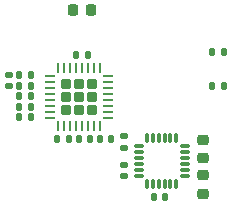
<source format=gbr>
%TF.GenerationSoftware,KiCad,Pcbnew,6.0.4*%
%TF.CreationDate,2022-06-17T20:55:26+08:00*%
%TF.ProjectId,holocubic,686f6c6f-6375-4626-9963-2e6b69636164,rev?*%
%TF.SameCoordinates,Original*%
%TF.FileFunction,Paste,Bot*%
%TF.FilePolarity,Positive*%
%FSLAX46Y46*%
G04 Gerber Fmt 4.6, Leading zero omitted, Abs format (unit mm)*
G04 Created by KiCad (PCBNEW 6.0.4) date 2022-06-17 20:55:26*
%MOMM*%
%LPD*%
G01*
G04 APERTURE LIST*
G04 Aperture macros list*
%AMRoundRect*
0 Rectangle with rounded corners*
0 $1 Rounding radius*
0 $2 $3 $4 $5 $6 $7 $8 $9 X,Y pos of 4 corners*
0 Add a 4 corners polygon primitive as box body*
4,1,4,$2,$3,$4,$5,$6,$7,$8,$9,$2,$3,0*
0 Add four circle primitives for the rounded corners*
1,1,$1+$1,$2,$3*
1,1,$1+$1,$4,$5*
1,1,$1+$1,$6,$7*
1,1,$1+$1,$8,$9*
0 Add four rect primitives between the rounded corners*
20,1,$1+$1,$2,$3,$4,$5,0*
20,1,$1+$1,$4,$5,$6,$7,0*
20,1,$1+$1,$6,$7,$8,$9,0*
20,1,$1+$1,$8,$9,$2,$3,0*%
G04 Aperture macros list end*
%ADD10RoundRect,0.225000X0.250000X-0.225000X0.250000X0.225000X-0.250000X0.225000X-0.250000X-0.225000X0*%
%ADD11RoundRect,0.140000X-0.140000X-0.170000X0.140000X-0.170000X0.140000X0.170000X-0.140000X0.170000X0*%
%ADD12RoundRect,0.140000X0.140000X0.170000X-0.140000X0.170000X-0.140000X-0.170000X0.140000X-0.170000X0*%
%ADD13RoundRect,0.135000X0.135000X0.185000X-0.135000X0.185000X-0.135000X-0.185000X0.135000X-0.185000X0*%
%ADD14RoundRect,0.222500X-0.222500X-0.222500X0.222500X-0.222500X0.222500X0.222500X-0.222500X0.222500X0*%
%ADD15RoundRect,0.062500X-0.375000X-0.062500X0.375000X-0.062500X0.375000X0.062500X-0.375000X0.062500X0*%
%ADD16RoundRect,0.062500X-0.062500X-0.375000X0.062500X-0.375000X0.062500X0.375000X-0.062500X0.375000X0*%
%ADD17RoundRect,0.140000X0.170000X-0.140000X0.170000X0.140000X-0.170000X0.140000X-0.170000X-0.140000X0*%
%ADD18RoundRect,0.135000X-0.135000X-0.185000X0.135000X-0.185000X0.135000X0.185000X-0.135000X0.185000X0*%
%ADD19RoundRect,0.225000X-0.250000X0.225000X-0.250000X-0.225000X0.250000X-0.225000X0.250000X0.225000X0*%
%ADD20RoundRect,0.140000X-0.170000X0.140000X-0.170000X-0.140000X0.170000X-0.140000X0.170000X0.140000X0*%
%ADD21RoundRect,0.225000X0.225000X0.250000X-0.225000X0.250000X-0.225000X-0.250000X0.225000X-0.250000X0*%
%ADD22RoundRect,0.075000X0.350000X0.075000X-0.350000X0.075000X-0.350000X-0.075000X0.350000X-0.075000X0*%
%ADD23RoundRect,0.075000X0.075000X-0.350000X0.075000X0.350000X-0.075000X0.350000X-0.075000X-0.350000X0*%
G04 APERTURE END LIST*
D10*
%TO.C,C4*%
X139750000Y-115575000D03*
X139750000Y-114025000D03*
%TD*%
D11*
%TO.C,C14*%
X124220000Y-111250000D03*
X125180000Y-111250000D03*
%TD*%
D12*
%TO.C,C21*%
X131980000Y-113980000D03*
X131020000Y-113980000D03*
%TD*%
D13*
%TO.C,R4*%
X125210000Y-110350000D03*
X124190000Y-110350000D03*
%TD*%
D12*
%TO.C,C19*%
X130180000Y-113980000D03*
X129220000Y-113980000D03*
%TD*%
D14*
%TO.C,U3*%
X128150000Y-110400000D03*
X128150000Y-109300000D03*
X129250000Y-110400000D03*
X129250000Y-111500000D03*
X130350000Y-110400000D03*
X128150000Y-111500000D03*
X129250000Y-109300000D03*
X130350000Y-111500000D03*
X130350000Y-109300000D03*
D15*
X126812500Y-112150000D03*
X126812500Y-111650000D03*
X126812500Y-111150000D03*
X126812500Y-110650000D03*
X126812500Y-110150000D03*
X126812500Y-109650000D03*
X126812500Y-109150000D03*
X126812500Y-108650000D03*
D16*
X127500000Y-107962500D03*
X128000000Y-107962500D03*
X128500000Y-107962500D03*
X129000000Y-107962500D03*
X129500000Y-107962500D03*
X130000000Y-107962500D03*
X130500000Y-107962500D03*
X131000000Y-107962500D03*
D15*
X131687500Y-108650000D03*
X131687500Y-109150000D03*
X131687500Y-109650000D03*
X131687500Y-110150000D03*
X131687500Y-110650000D03*
X131687500Y-111150000D03*
X131687500Y-111650000D03*
X131687500Y-112150000D03*
D16*
X131000000Y-112837500D03*
X130500000Y-112837500D03*
X130000000Y-112837500D03*
X129500000Y-112837500D03*
X129000000Y-112837500D03*
X128500000Y-112837500D03*
X128000000Y-112837500D03*
X127500000Y-112837500D03*
%TD*%
D17*
%TO.C,C23*%
X133100000Y-114680000D03*
X133100000Y-113720000D03*
%TD*%
D11*
%TO.C,C13*%
X124220000Y-112100000D03*
X125180000Y-112100000D03*
%TD*%
D18*
%TO.C,R2*%
X140540000Y-109500000D03*
X141560000Y-109500000D03*
%TD*%
D11*
%TO.C,C20*%
X129020000Y-106800000D03*
X129980000Y-106800000D03*
%TD*%
%TO.C,C15*%
X124220000Y-109450000D03*
X125180000Y-109450000D03*
%TD*%
%TO.C,C16*%
X124220000Y-108550000D03*
X125180000Y-108550000D03*
%TD*%
D19*
%TO.C,C1*%
X139750000Y-117025000D03*
X139750000Y-118575000D03*
%TD*%
D20*
%TO.C,C12*%
X123350000Y-108520000D03*
X123350000Y-109480000D03*
%TD*%
%TO.C,C22*%
X133090476Y-116130000D03*
X133090476Y-117090000D03*
%TD*%
D21*
%TO.C,C2*%
X130275000Y-103050000D03*
X128725000Y-103050000D03*
%TD*%
D22*
%TO.C,U4*%
X138200000Y-114550000D03*
X138200000Y-115050000D03*
X138200000Y-115550000D03*
X138200000Y-116050000D03*
X138200000Y-116550000D03*
X138200000Y-117050000D03*
D23*
X137500000Y-117750000D03*
X137000000Y-117750000D03*
X136500000Y-117750000D03*
X136000000Y-117750000D03*
X135500000Y-117750000D03*
X135000000Y-117750000D03*
D22*
X134300000Y-117050000D03*
X134300000Y-116550000D03*
X134300000Y-116050000D03*
X134300000Y-115550000D03*
X134300000Y-115050000D03*
X134300000Y-114550000D03*
D23*
X135000000Y-113850000D03*
X135500000Y-113850000D03*
X136000000Y-113850000D03*
X136500000Y-113850000D03*
X137000000Y-113850000D03*
X137500000Y-113850000D03*
%TD*%
D18*
%TO.C,R3*%
X140540000Y-106550000D03*
X141560000Y-106550000D03*
%TD*%
D12*
%TO.C,C24*%
X136580000Y-118900000D03*
X135620000Y-118900000D03*
%TD*%
D11*
%TO.C,C18*%
X127420000Y-113980000D03*
X128380000Y-113980000D03*
%TD*%
M02*

</source>
